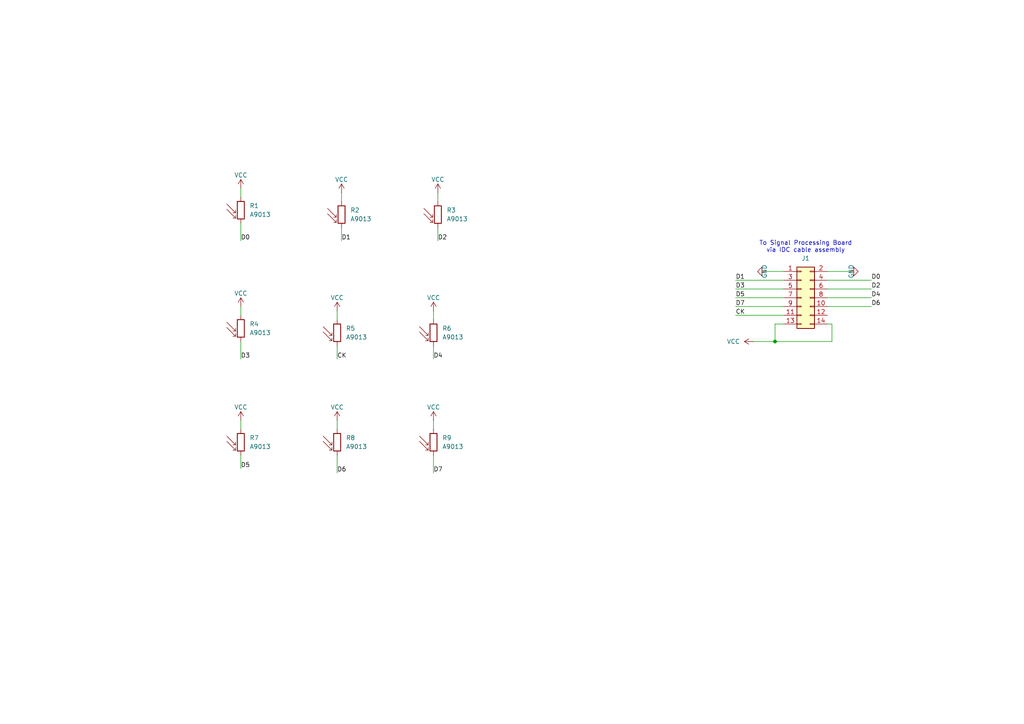
<source format=kicad_sch>
(kicad_sch
	(version 20231120)
	(generator "eeschema")
	(generator_version "8.0")
	(uuid "685b1b97-8163-46c6-977d-f2f1fe49a768")
	(paper "A4")
	(lib_symbols
		(symbol "Connector_Generic:Conn_02x07_Odd_Even"
			(pin_names
				(offset 1.016) hide)
			(exclude_from_sim no)
			(in_bom yes)
			(on_board yes)
			(property "Reference" "J"
				(at 1.27 10.16 0)
				(effects
					(font
						(size 1.27 1.27)
					)
				)
			)
			(property "Value" "Conn_02x07_Odd_Even"
				(at 1.27 -10.16 0)
				(effects
					(font
						(size 1.27 1.27)
					)
				)
			)
			(property "Footprint" ""
				(at 0 0 0)
				(effects
					(font
						(size 1.27 1.27)
					)
					(hide yes)
				)
			)
			(property "Datasheet" "~"
				(at 0 0 0)
				(effects
					(font
						(size 1.27 1.27)
					)
					(hide yes)
				)
			)
			(property "Description" "Generic connector, double row, 02x07, odd/even pin numbering scheme (row 1 odd numbers, row 2 even numbers), script generated (kicad-library-utils/schlib/autogen/connector/)"
				(at 0 0 0)
				(effects
					(font
						(size 1.27 1.27)
					)
					(hide yes)
				)
			)
			(property "ki_keywords" "connector"
				(at 0 0 0)
				(effects
					(font
						(size 1.27 1.27)
					)
					(hide yes)
				)
			)
			(property "ki_fp_filters" "Connector*:*_2x??_*"
				(at 0 0 0)
				(effects
					(font
						(size 1.27 1.27)
					)
					(hide yes)
				)
			)
			(symbol "Conn_02x07_Odd_Even_1_1"
				(rectangle
					(start -1.27 -7.493)
					(end 0 -7.747)
					(stroke
						(width 0.1524)
						(type default)
					)
					(fill
						(type none)
					)
				)
				(rectangle
					(start -1.27 -4.953)
					(end 0 -5.207)
					(stroke
						(width 0.1524)
						(type default)
					)
					(fill
						(type none)
					)
				)
				(rectangle
					(start -1.27 -2.413)
					(end 0 -2.667)
					(stroke
						(width 0.1524)
						(type default)
					)
					(fill
						(type none)
					)
				)
				(rectangle
					(start -1.27 0.127)
					(end 0 -0.127)
					(stroke
						(width 0.1524)
						(type default)
					)
					(fill
						(type none)
					)
				)
				(rectangle
					(start -1.27 2.667)
					(end 0 2.413)
					(stroke
						(width 0.1524)
						(type default)
					)
					(fill
						(type none)
					)
				)
				(rectangle
					(start -1.27 5.207)
					(end 0 4.953)
					(stroke
						(width 0.1524)
						(type default)
					)
					(fill
						(type none)
					)
				)
				(rectangle
					(start -1.27 7.747)
					(end 0 7.493)
					(stroke
						(width 0.1524)
						(type default)
					)
					(fill
						(type none)
					)
				)
				(rectangle
					(start -1.27 8.89)
					(end 3.81 -8.89)
					(stroke
						(width 0.254)
						(type default)
					)
					(fill
						(type background)
					)
				)
				(rectangle
					(start 3.81 -7.493)
					(end 2.54 -7.747)
					(stroke
						(width 0.1524)
						(type default)
					)
					(fill
						(type none)
					)
				)
				(rectangle
					(start 3.81 -4.953)
					(end 2.54 -5.207)
					(stroke
						(width 0.1524)
						(type default)
					)
					(fill
						(type none)
					)
				)
				(rectangle
					(start 3.81 -2.413)
					(end 2.54 -2.667)
					(stroke
						(width 0.1524)
						(type default)
					)
					(fill
						(type none)
					)
				)
				(rectangle
					(start 3.81 0.127)
					(end 2.54 -0.127)
					(stroke
						(width 0.1524)
						(type default)
					)
					(fill
						(type none)
					)
				)
				(rectangle
					(start 3.81 2.667)
					(end 2.54 2.413)
					(stroke
						(width 0.1524)
						(type default)
					)
					(fill
						(type none)
					)
				)
				(rectangle
					(start 3.81 5.207)
					(end 2.54 4.953)
					(stroke
						(width 0.1524)
						(type default)
					)
					(fill
						(type none)
					)
				)
				(rectangle
					(start 3.81 7.747)
					(end 2.54 7.493)
					(stroke
						(width 0.1524)
						(type default)
					)
					(fill
						(type none)
					)
				)
				(pin passive line
					(at -5.08 7.62 0)
					(length 3.81)
					(name "Pin_1"
						(effects
							(font
								(size 1.27 1.27)
							)
						)
					)
					(number "1"
						(effects
							(font
								(size 1.27 1.27)
							)
						)
					)
				)
				(pin passive line
					(at 7.62 -2.54 180)
					(length 3.81)
					(name "Pin_10"
						(effects
							(font
								(size 1.27 1.27)
							)
						)
					)
					(number "10"
						(effects
							(font
								(size 1.27 1.27)
							)
						)
					)
				)
				(pin passive line
					(at -5.08 -5.08 0)
					(length 3.81)
					(name "Pin_11"
						(effects
							(font
								(size 1.27 1.27)
							)
						)
					)
					(number "11"
						(effects
							(font
								(size 1.27 1.27)
							)
						)
					)
				)
				(pin passive line
					(at 7.62 -5.08 180)
					(length 3.81)
					(name "Pin_12"
						(effects
							(font
								(size 1.27 1.27)
							)
						)
					)
					(number "12"
						(effects
							(font
								(size 1.27 1.27)
							)
						)
					)
				)
				(pin passive line
					(at -5.08 -7.62 0)
					(length 3.81)
					(name "Pin_13"
						(effects
							(font
								(size 1.27 1.27)
							)
						)
					)
					(number "13"
						(effects
							(font
								(size 1.27 1.27)
							)
						)
					)
				)
				(pin passive line
					(at 7.62 -7.62 180)
					(length 3.81)
					(name "Pin_14"
						(effects
							(font
								(size 1.27 1.27)
							)
						)
					)
					(number "14"
						(effects
							(font
								(size 1.27 1.27)
							)
						)
					)
				)
				(pin passive line
					(at 7.62 7.62 180)
					(length 3.81)
					(name "Pin_2"
						(effects
							(font
								(size 1.27 1.27)
							)
						)
					)
					(number "2"
						(effects
							(font
								(size 1.27 1.27)
							)
						)
					)
				)
				(pin passive line
					(at -5.08 5.08 0)
					(length 3.81)
					(name "Pin_3"
						(effects
							(font
								(size 1.27 1.27)
							)
						)
					)
					(number "3"
						(effects
							(font
								(size 1.27 1.27)
							)
						)
					)
				)
				(pin passive line
					(at 7.62 5.08 180)
					(length 3.81)
					(name "Pin_4"
						(effects
							(font
								(size 1.27 1.27)
							)
						)
					)
					(number "4"
						(effects
							(font
								(size 1.27 1.27)
							)
						)
					)
				)
				(pin passive line
					(at -5.08 2.54 0)
					(length 3.81)
					(name "Pin_5"
						(effects
							(font
								(size 1.27 1.27)
							)
						)
					)
					(number "5"
						(effects
							(font
								(size 1.27 1.27)
							)
						)
					)
				)
				(pin passive line
					(at 7.62 2.54 180)
					(length 3.81)
					(name "Pin_6"
						(effects
							(font
								(size 1.27 1.27)
							)
						)
					)
					(number "6"
						(effects
							(font
								(size 1.27 1.27)
							)
						)
					)
				)
				(pin passive line
					(at -5.08 0 0)
					(length 3.81)
					(name "Pin_7"
						(effects
							(font
								(size 1.27 1.27)
							)
						)
					)
					(number "7"
						(effects
							(font
								(size 1.27 1.27)
							)
						)
					)
				)
				(pin passive line
					(at 7.62 0 180)
					(length 3.81)
					(name "Pin_8"
						(effects
							(font
								(size 1.27 1.27)
							)
						)
					)
					(number "8"
						(effects
							(font
								(size 1.27 1.27)
							)
						)
					)
				)
				(pin passive line
					(at -5.08 -2.54 0)
					(length 3.81)
					(name "Pin_9"
						(effects
							(font
								(size 1.27 1.27)
							)
						)
					)
					(number "9"
						(effects
							(font
								(size 1.27 1.27)
							)
						)
					)
				)
			)
		)
		(symbol "Sensor_Optical:A9013"
			(pin_numbers hide)
			(pin_names
				(offset 0)
			)
			(exclude_from_sim no)
			(in_bom yes)
			(on_board yes)
			(property "Reference" "R"
				(at -5.08 0 90)
				(effects
					(font
						(size 1.27 1.27)
					)
				)
			)
			(property "Value" "A9013"
				(at 1.905 0 90)
				(effects
					(font
						(size 1.27 1.27)
					)
					(justify top)
				)
			)
			(property "Footprint" "OptoDevice:R_LDR_5.0x4.1mm_P3mm_Vertical"
				(at 4.445 0 90)
				(effects
					(font
						(size 1.27 1.27)
					)
					(hide yes)
				)
			)
			(property "Datasheet" "http://www.produktinfo.conrad.com/datenblaetter/125000-149999/145475-da-01-en-FOTOWIDERSTAND_A_9060_A_9013.pdf"
				(at 0 -1.27 0)
				(effects
					(font
						(size 1.27 1.27)
					)
					(hide yes)
				)
			)
			(property "Description" "light dependent resistor"
				(at 0 0 0)
				(effects
					(font
						(size 1.27 1.27)
					)
					(hide yes)
				)
			)
			(property "ki_keywords" "light dependent photo resistor LDR"
				(at 0 0 0)
				(effects
					(font
						(size 1.27 1.27)
					)
					(hide yes)
				)
			)
			(property "ki_fp_filters" "R*LDR*5.0x4.1mm*P3mm*"
				(at 0 0 0)
				(effects
					(font
						(size 1.27 1.27)
					)
					(hide yes)
				)
			)
			(symbol "A9013_0_1"
				(rectangle
					(start -1.016 2.54)
					(end 1.016 -2.54)
					(stroke
						(width 0.254)
						(type default)
					)
					(fill
						(type none)
					)
				)
				(polyline
					(pts
						(xy -1.524 -2.286) (xy -4.064 0.254)
					)
					(stroke
						(width 0)
						(type default)
					)
					(fill
						(type none)
					)
				)
				(polyline
					(pts
						(xy -1.524 -2.286) (xy -2.286 -2.286)
					)
					(stroke
						(width 0)
						(type default)
					)
					(fill
						(type none)
					)
				)
				(polyline
					(pts
						(xy -1.524 -2.286) (xy -1.524 -1.524)
					)
					(stroke
						(width 0)
						(type default)
					)
					(fill
						(type none)
					)
				)
				(polyline
					(pts
						(xy -1.524 -0.762) (xy -4.064 1.778)
					)
					(stroke
						(width 0)
						(type default)
					)
					(fill
						(type none)
					)
				)
				(polyline
					(pts
						(xy -1.524 -0.762) (xy -2.286 -0.762)
					)
					(stroke
						(width 0)
						(type default)
					)
					(fill
						(type none)
					)
				)
				(polyline
					(pts
						(xy -1.524 -0.762) (xy -1.524 0)
					)
					(stroke
						(width 0)
						(type default)
					)
					(fill
						(type none)
					)
				)
			)
			(symbol "A9013_1_1"
				(pin passive line
					(at 0 3.81 270)
					(length 1.27)
					(name "~"
						(effects
							(font
								(size 1.27 1.27)
							)
						)
					)
					(number "1"
						(effects
							(font
								(size 1.27 1.27)
							)
						)
					)
				)
				(pin passive line
					(at 0 -3.81 90)
					(length 1.27)
					(name "~"
						(effects
							(font
								(size 1.27 1.27)
							)
						)
					)
					(number "2"
						(effects
							(font
								(size 1.27 1.27)
							)
						)
					)
				)
			)
		)
		(symbol "power:GND"
			(power)
			(pin_numbers hide)
			(pin_names
				(offset 0) hide)
			(exclude_from_sim no)
			(in_bom yes)
			(on_board yes)
			(property "Reference" "#PWR"
				(at 0 -6.35 0)
				(effects
					(font
						(size 1.27 1.27)
					)
					(hide yes)
				)
			)
			(property "Value" "GND"
				(at 0 -3.81 0)
				(effects
					(font
						(size 1.27 1.27)
					)
				)
			)
			(property "Footprint" ""
				(at 0 0 0)
				(effects
					(font
						(size 1.27 1.27)
					)
					(hide yes)
				)
			)
			(property "Datasheet" ""
				(at 0 0 0)
				(effects
					(font
						(size 1.27 1.27)
					)
					(hide yes)
				)
			)
			(property "Description" "Power symbol creates a global label with name \"GND\" , ground"
				(at 0 0 0)
				(effects
					(font
						(size 1.27 1.27)
					)
					(hide yes)
				)
			)
			(property "ki_keywords" "global power"
				(at 0 0 0)
				(effects
					(font
						(size 1.27 1.27)
					)
					(hide yes)
				)
			)
			(symbol "GND_0_1"
				(polyline
					(pts
						(xy 0 0) (xy 0 -1.27) (xy 1.27 -1.27) (xy 0 -2.54) (xy -1.27 -1.27) (xy 0 -1.27)
					)
					(stroke
						(width 0)
						(type default)
					)
					(fill
						(type none)
					)
				)
			)
			(symbol "GND_1_1"
				(pin power_in line
					(at 0 0 270)
					(length 0)
					(name "~"
						(effects
							(font
								(size 1.27 1.27)
							)
						)
					)
					(number "1"
						(effects
							(font
								(size 1.27 1.27)
							)
						)
					)
				)
			)
		)
		(symbol "power:VCC"
			(power)
			(pin_numbers hide)
			(pin_names
				(offset 0) hide)
			(exclude_from_sim no)
			(in_bom yes)
			(on_board yes)
			(property "Reference" "#PWR"
				(at 0 -3.81 0)
				(effects
					(font
						(size 1.27 1.27)
					)
					(hide yes)
				)
			)
			(property "Value" "VCC"
				(at 0 3.556 0)
				(effects
					(font
						(size 1.27 1.27)
					)
				)
			)
			(property "Footprint" ""
				(at 0 0 0)
				(effects
					(font
						(size 1.27 1.27)
					)
					(hide yes)
				)
			)
			(property "Datasheet" ""
				(at 0 0 0)
				(effects
					(font
						(size 1.27 1.27)
					)
					(hide yes)
				)
			)
			(property "Description" "Power symbol creates a global label with name \"VCC\""
				(at 0 0 0)
				(effects
					(font
						(size 1.27 1.27)
					)
					(hide yes)
				)
			)
			(property "ki_keywords" "global power"
				(at 0 0 0)
				(effects
					(font
						(size 1.27 1.27)
					)
					(hide yes)
				)
			)
			(symbol "VCC_0_1"
				(polyline
					(pts
						(xy -0.762 1.27) (xy 0 2.54)
					)
					(stroke
						(width 0)
						(type default)
					)
					(fill
						(type none)
					)
				)
				(polyline
					(pts
						(xy 0 0) (xy 0 2.54)
					)
					(stroke
						(width 0)
						(type default)
					)
					(fill
						(type none)
					)
				)
				(polyline
					(pts
						(xy 0 2.54) (xy 0.762 1.27)
					)
					(stroke
						(width 0)
						(type default)
					)
					(fill
						(type none)
					)
				)
			)
			(symbol "VCC_1_1"
				(pin power_in line
					(at 0 0 90)
					(length 0)
					(name "~"
						(effects
							(font
								(size 1.27 1.27)
							)
						)
					)
					(number "1"
						(effects
							(font
								(size 1.27 1.27)
							)
						)
					)
				)
			)
		)
	)
	(junction
		(at 224.79 99.06)
		(diameter 0)
		(color 0 0 0 0)
		(uuid "64be9ff0-289a-4171-90e3-dd7f81c9918a")
	)
	(wire
		(pts
			(xy 127 55.88) (xy 127 58.42)
		)
		(stroke
			(width 0)
			(type default)
		)
		(uuid "02814f40-f094-4594-a117-94100a9a38a2")
	)
	(wire
		(pts
			(xy 241.3 93.98) (xy 241.3 99.06)
		)
		(stroke
			(width 0)
			(type default)
		)
		(uuid "0f70af52-9de7-4987-b6d4-4899200de9ce")
	)
	(wire
		(pts
			(xy 125.73 137.16) (xy 125.73 132.08)
		)
		(stroke
			(width 0)
			(type default)
		)
		(uuid "1165b2d0-adad-4637-bbc0-47ada9e95271")
	)
	(wire
		(pts
			(xy 227.33 93.98) (xy 224.79 93.98)
		)
		(stroke
			(width 0)
			(type default)
		)
		(uuid "18ac719d-b459-4592-8e3d-5c192a7ec977")
	)
	(wire
		(pts
			(xy 213.36 86.36) (xy 227.33 86.36)
		)
		(stroke
			(width 0)
			(type default)
		)
		(uuid "192ca7da-f35f-487f-b689-fec15d3d7776")
	)
	(wire
		(pts
			(xy 69.85 135.89) (xy 69.85 132.08)
		)
		(stroke
			(width 0)
			(type default)
		)
		(uuid "27becb57-4c6d-4709-a584-f59668ee1cee")
	)
	(wire
		(pts
			(xy 241.3 99.06) (xy 224.79 99.06)
		)
		(stroke
			(width 0)
			(type default)
		)
		(uuid "2ba8f2e1-4c4d-4b5a-91ef-8444c2f64a6d")
	)
	(wire
		(pts
			(xy 69.85 88.9) (xy 69.85 91.44)
		)
		(stroke
			(width 0)
			(type default)
		)
		(uuid "398f8b27-795c-422c-a4a5-64f37032bc0c")
	)
	(wire
		(pts
			(xy 97.79 104.14) (xy 97.79 100.33)
		)
		(stroke
			(width 0)
			(type default)
		)
		(uuid "4ec5c3c9-9a00-495e-8821-ee23c5c30d17")
	)
	(wire
		(pts
			(xy 240.03 83.82) (xy 252.73 83.82)
		)
		(stroke
			(width 0)
			(type default)
		)
		(uuid "4f5643b1-a0e6-43c3-9338-0124d87eec7d")
	)
	(wire
		(pts
			(xy 97.79 137.16) (xy 97.79 132.08)
		)
		(stroke
			(width 0)
			(type default)
		)
		(uuid "59fe19fa-4d7b-4027-b5b9-a88d4eed1b81")
	)
	(wire
		(pts
			(xy 69.85 54.61) (xy 69.85 57.15)
		)
		(stroke
			(width 0)
			(type default)
		)
		(uuid "60bc261f-73fa-4f24-85f3-06b8c4814efe")
	)
	(wire
		(pts
			(xy 222.25 78.74) (xy 227.33 78.74)
		)
		(stroke
			(width 0)
			(type default)
		)
		(uuid "64f18ec1-6ca0-4d1f-9ad0-ce614b387001")
	)
	(wire
		(pts
			(xy 224.79 93.98) (xy 224.79 99.06)
		)
		(stroke
			(width 0)
			(type default)
		)
		(uuid "7b7ab023-b695-4378-a099-49517d702f34")
	)
	(wire
		(pts
			(xy 69.85 104.14) (xy 69.85 99.06)
		)
		(stroke
			(width 0)
			(type default)
		)
		(uuid "83ec4dbe-e69f-464b-b75f-1c262532667a")
	)
	(wire
		(pts
			(xy 69.85 69.85) (xy 69.85 64.77)
		)
		(stroke
			(width 0)
			(type default)
		)
		(uuid "8ad85856-9e9c-4be8-b907-81f7de6ba737")
	)
	(wire
		(pts
			(xy 69.85 121.92) (xy 69.85 124.46)
		)
		(stroke
			(width 0)
			(type default)
		)
		(uuid "8cae5dfb-3b2b-4edf-995f-bed49accd31b")
	)
	(wire
		(pts
			(xy 218.44 99.06) (xy 224.79 99.06)
		)
		(stroke
			(width 0)
			(type default)
		)
		(uuid "9df79cec-56f0-4285-94cf-69a695a12c85")
	)
	(wire
		(pts
			(xy 97.79 121.92) (xy 97.79 124.46)
		)
		(stroke
			(width 0)
			(type default)
		)
		(uuid "a3921760-2993-44af-83fd-7e56e347f6f3")
	)
	(wire
		(pts
			(xy 240.03 81.28) (xy 252.73 81.28)
		)
		(stroke
			(width 0)
			(type default)
		)
		(uuid "a6838801-64c2-4450-80f9-888f6d763318")
	)
	(wire
		(pts
			(xy 125.73 90.17) (xy 125.73 92.71)
		)
		(stroke
			(width 0)
			(type default)
		)
		(uuid "ac75362a-2398-49b4-b84a-3288af05f198")
	)
	(wire
		(pts
			(xy 127 69.85) (xy 127 66.04)
		)
		(stroke
			(width 0)
			(type default)
		)
		(uuid "ad8ee7f5-c30f-4796-8866-f2eadc8450e3")
	)
	(wire
		(pts
			(xy 99.06 69.85) (xy 99.06 66.04)
		)
		(stroke
			(width 0)
			(type default)
		)
		(uuid "b10abe0d-b6e0-4f61-aaa6-e4d808ae5e4e")
	)
	(wire
		(pts
			(xy 213.36 91.44) (xy 227.33 91.44)
		)
		(stroke
			(width 0)
			(type default)
		)
		(uuid "d8dc50ea-c6d2-4420-a933-182da5089ce7")
	)
	(wire
		(pts
			(xy 240.03 78.74) (xy 246.38 78.74)
		)
		(stroke
			(width 0)
			(type default)
		)
		(uuid "da08f770-6179-4ee5-aa5d-743846bc7a1d")
	)
	(wire
		(pts
			(xy 213.36 88.9) (xy 227.33 88.9)
		)
		(stroke
			(width 0)
			(type default)
		)
		(uuid "e31bde5a-8537-491d-bb83-2803685cd114")
	)
	(wire
		(pts
			(xy 240.03 93.98) (xy 241.3 93.98)
		)
		(stroke
			(width 0)
			(type default)
		)
		(uuid "e83fd769-d058-4843-8940-e3044a708163")
	)
	(wire
		(pts
			(xy 240.03 86.36) (xy 252.73 86.36)
		)
		(stroke
			(width 0)
			(type default)
		)
		(uuid "eaf28b9d-3a92-4cc6-bced-e6433cbab790")
	)
	(wire
		(pts
			(xy 97.79 90.17) (xy 97.79 92.71)
		)
		(stroke
			(width 0)
			(type default)
		)
		(uuid "ec49e6d1-c2a8-45ef-91b6-db4e28d1d9df")
	)
	(wire
		(pts
			(xy 213.36 83.82) (xy 227.33 83.82)
		)
		(stroke
			(width 0)
			(type default)
		)
		(uuid "ef8c22e1-9bc6-4221-90ef-74b4e122f4fc")
	)
	(wire
		(pts
			(xy 125.73 121.92) (xy 125.73 124.46)
		)
		(stroke
			(width 0)
			(type default)
		)
		(uuid "f1e55981-08aa-4505-8633-d760a425427e")
	)
	(wire
		(pts
			(xy 99.06 55.88) (xy 99.06 58.42)
		)
		(stroke
			(width 0)
			(type default)
		)
		(uuid "fb15f9fc-413f-407a-94d0-3da79deffba4")
	)
	(wire
		(pts
			(xy 240.03 88.9) (xy 252.73 88.9)
		)
		(stroke
			(width 0)
			(type default)
		)
		(uuid "fc09b8fe-c6e9-4464-812b-2575f276b9d1")
	)
	(wire
		(pts
			(xy 125.73 104.14) (xy 125.73 100.33)
		)
		(stroke
			(width 0)
			(type default)
		)
		(uuid "fcc135e7-64f6-41a5-b5dc-d511c3c045ab")
	)
	(wire
		(pts
			(xy 213.36 81.28) (xy 227.33 81.28)
		)
		(stroke
			(width 0)
			(type default)
		)
		(uuid "fdf7d125-be98-4609-b944-78a9d2b49f3b")
	)
	(text "To Signal Processing Board\nvia IDC cable assembly"
		(exclude_from_sim no)
		(at 233.68 71.628 0)
		(effects
			(font
				(size 1.27 1.27)
			)
		)
		(uuid "b75b2bfb-848c-41e6-ad02-4ff47c454a93")
	)
	(label "D6"
		(at 97.79 137.16 0)
		(fields_autoplaced yes)
		(effects
			(font
				(size 1.27 1.27)
			)
			(justify left bottom)
		)
		(uuid "010808d8-815a-4a25-b8f2-db6b86b1a6f5")
	)
	(label "D0"
		(at 252.73 81.28 0)
		(fields_autoplaced yes)
		(effects
			(font
				(size 1.27 1.27)
			)
			(justify left bottom)
		)
		(uuid "2395f766-9eb3-4fd8-8b39-b7c1eeda40ea")
	)
	(label "D1"
		(at 99.06 69.85 0)
		(fields_autoplaced yes)
		(effects
			(font
				(size 1.27 1.27)
			)
			(justify left bottom)
		)
		(uuid "463e1196-1b16-47f2-8280-7ee9c1f3c263")
	)
	(label "D0"
		(at 69.85 69.85 0)
		(fields_autoplaced yes)
		(effects
			(font
				(size 1.27 1.27)
			)
			(justify left bottom)
		)
		(uuid "5797897a-702a-44ef-bad9-d785e149a902")
	)
	(label "D5"
		(at 213.36 86.36 0)
		(fields_autoplaced yes)
		(effects
			(font
				(size 1.27 1.27)
			)
			(justify left bottom)
		)
		(uuid "5c27c632-4608-4603-b809-5651e28a8258")
	)
	(label "D3"
		(at 213.36 83.82 0)
		(fields_autoplaced yes)
		(effects
			(font
				(size 1.27 1.27)
			)
			(justify left bottom)
		)
		(uuid "66296e5f-d4d7-49f5-bc72-9dd52552ccc3")
	)
	(label "D6"
		(at 252.73 88.9 0)
		(fields_autoplaced yes)
		(effects
			(font
				(size 1.27 1.27)
			)
			(justify left bottom)
		)
		(uuid "676b3d79-bdd7-4e96-b2e1-310f3feccb85")
	)
	(label "D7"
		(at 125.73 137.16 0)
		(fields_autoplaced yes)
		(effects
			(font
				(size 1.27 1.27)
			)
			(justify left bottom)
		)
		(uuid "714db1d2-177d-4b6a-86f8-376f0b9815ba")
	)
	(label "D2"
		(at 127 69.85 0)
		(fields_autoplaced yes)
		(effects
			(font
				(size 1.27 1.27)
			)
			(justify left bottom)
		)
		(uuid "8bbdacdb-715a-4f27-b272-c40de79c5316")
	)
	(label "CK"
		(at 213.36 91.44 0)
		(fields_autoplaced yes)
		(effects
			(font
				(size 1.27 1.27)
			)
			(justify left bottom)
		)
		(uuid "9528db2c-728f-49a0-9330-d10f86fe37a6")
	)
	(label "CK"
		(at 97.79 104.14 0)
		(fields_autoplaced yes)
		(effects
			(font
				(size 1.27 1.27)
			)
			(justify left bottom)
		)
		(uuid "99e1ef65-6c9c-4252-8ccc-a71d3e6bf912")
	)
	(label "D1"
		(at 213.36 81.28 0)
		(fields_autoplaced yes)
		(effects
			(font
				(size 1.27 1.27)
			)
			(justify left bottom)
		)
		(uuid "a7535fcf-6196-4774-b4cf-51ad37368666")
	)
	(label "D7"
		(at 213.36 88.9 0)
		(fields_autoplaced yes)
		(effects
			(font
				(size 1.27 1.27)
			)
			(justify left bottom)
		)
		(uuid "aaf753e8-30ac-4731-b837-d1d7eb1abfb4")
	)
	(label "D4"
		(at 252.73 86.36 0)
		(fields_autoplaced yes)
		(effects
			(font
				(size 1.27 1.27)
			)
			(justify left bottom)
		)
		(uuid "b4cfd4c3-ae5c-4f6a-b649-97f8ce346fec")
	)
	(label "D2"
		(at 252.73 83.82 0)
		(fields_autoplaced yes)
		(effects
			(font
				(size 1.27 1.27)
			)
			(justify left bottom)
		)
		(uuid "db01959c-a106-48c2-8334-d80dbbdd1823")
	)
	(label "D3"
		(at 69.85 104.14 0)
		(fields_autoplaced yes)
		(effects
			(font
				(size 1.27 1.27)
			)
			(justify left bottom)
		)
		(uuid "def38624-114a-48de-9903-88d0a12cc475")
	)
	(label "D4"
		(at 125.73 104.14 0)
		(fields_autoplaced yes)
		(effects
			(font
				(size 1.27 1.27)
			)
			(justify left bottom)
		)
		(uuid "fb16325c-fe03-483b-bf53-b28e2ee9f95d")
	)
	(label "D5"
		(at 69.85 135.89 0)
		(fields_autoplaced yes)
		(effects
			(font
				(size 1.27 1.27)
			)
			(justify left bottom)
		)
		(uuid "fb5d0d88-86a1-4c4d-b3d8-fb482e5e9c19")
	)
	(symbol
		(lib_id "Sensor_Optical:A9013")
		(at 69.85 95.25 0)
		(unit 1)
		(exclude_from_sim no)
		(in_bom yes)
		(on_board yes)
		(dnp no)
		(fields_autoplaced yes)
		(uuid "064737b5-2569-44e5-a0e0-f643286dd5ed")
		(property "Reference" "R4"
			(at 72.39 93.9799 0)
			(effects
				(font
					(size 1.27 1.27)
				)
				(justify left)
			)
		)
		(property "Value" "A9013"
			(at 72.39 96.5199 0)
			(effects
				(font
					(size 1.27 1.27)
				)
				(justify left)
			)
		)
		(property "Footprint" "OptoDevice:R_LDR_5.0x4.1mm_P3mm_Vertical"
			(at 74.295 95.25 90)
			(effects
				(font
					(size 1.27 1.27)
				)
				(hide yes)
			)
		)
		(property "Datasheet" "http://www.produktinfo.conrad.com/datenblaetter/125000-149999/145475-da-01-en-FOTOWIDERSTAND_A_9060_A_9013.pdf"
			(at 69.85 96.52 0)
			(effects
				(font
					(size 1.27 1.27)
				)
				(hide yes)
			)
		)
		(property "Description" "light dependent resistor"
			(at 69.85 95.25 0)
			(effects
				(font
					(size 1.27 1.27)
				)
				(hide yes)
			)
		)
		(property "JLC PN" "846-PDV-P8104"
			(at 69.85 95.25 0)
			(effects
				(font
					(size 1.27 1.27)
				)
				(hide yes)
			)
		)
		(pin "1"
			(uuid "63e19183-c5a5-4338-b7f2-a087dff1b641")
		)
		(pin "2"
			(uuid "13d72741-e271-4c13-a38f-6fecc66d89f8")
		)
		(instances
			(project "JL_LDR-Sensor-Array"
				(path "/685b1b97-8163-46c6-977d-f2f1fe49a768"
					(reference "R4")
					(unit 1)
				)
			)
		)
	)
	(symbol
		(lib_id "Sensor_Optical:A9013")
		(at 97.79 128.27 0)
		(unit 1)
		(exclude_from_sim no)
		(in_bom yes)
		(on_board yes)
		(dnp no)
		(fields_autoplaced yes)
		(uuid "11a01de4-341e-42c8-ad4e-6382a64cbba2")
		(property "Reference" "R8"
			(at 100.33 126.9999 0)
			(effects
				(font
					(size 1.27 1.27)
				)
				(justify left)
			)
		)
		(property "Value" "A9013"
			(at 100.33 129.5399 0)
			(effects
				(font
					(size 1.27 1.27)
				)
				(justify left)
			)
		)
		(property "Footprint" "OptoDevice:R_LDR_5.0x4.1mm_P3mm_Vertical"
			(at 102.235 128.27 90)
			(effects
				(font
					(size 1.27 1.27)
				)
				(hide yes)
			)
		)
		(property "Datasheet" "http://www.produktinfo.conrad.com/datenblaetter/125000-149999/145475-da-01-en-FOTOWIDERSTAND_A_9060_A_9013.pdf"
			(at 97.79 129.54 0)
			(effects
				(font
					(size 1.27 1.27)
				)
				(hide yes)
			)
		)
		(property "Description" "light dependent resistor"
			(at 97.79 128.27 0)
			(effects
				(font
					(size 1.27 1.27)
				)
				(hide yes)
			)
		)
		(property "JLC PN" "846-PDV-P8104"
			(at 97.79 128.27 0)
			(effects
				(font
					(size 1.27 1.27)
				)
				(hide yes)
			)
		)
		(pin "1"
			(uuid "7c12b3e3-585e-4937-ad4e-d6ade85985d2")
		)
		(pin "2"
			(uuid "a934e84c-df0b-4a8c-a58a-067791d3c5ec")
		)
		(instances
			(project "JL_LDR-Sensor-Array"
				(path "/685b1b97-8163-46c6-977d-f2f1fe49a768"
					(reference "R8")
					(unit 1)
				)
			)
		)
	)
	(symbol
		(lib_id "Connector_Generic:Conn_02x07_Odd_Even")
		(at 232.41 86.36 0)
		(unit 1)
		(exclude_from_sim no)
		(in_bom yes)
		(on_board yes)
		(dnp no)
		(fields_autoplaced yes)
		(uuid "1e143b83-44cb-4c24-8152-18e9eda537fe")
		(property "Reference" "J1"
			(at 233.68 74.93 0)
			(effects
				(font
					(size 1.27 1.27)
				)
			)
		)
		(property "Value" "14W IDC Header"
			(at 233.68 74.93 0)
			(effects
				(font
					(size 1.27 1.27)
				)
				(hide yes)
			)
		)
		(property "Footprint" "Connector_IDC:IDC-Header_2x07_P2.54mm_Vertical"
			(at 232.41 86.36 0)
			(effects
				(font
					(size 1.27 1.27)
				)
				(hide yes)
			)
		)
		(property "Datasheet" "~"
			(at 232.41 86.36 0)
			(effects
				(font
					(size 1.27 1.27)
				)
				(hide yes)
			)
		)
		(property "Description" "Generic connector, double row, 02x07, odd/even pin numbering scheme (row 1 odd numbers, row 2 even numbers), script generated (kicad-library-utils/schlib/autogen/connector/)"
			(at 232.41 86.36 0)
			(effects
				(font
					(size 1.27 1.27)
				)
				(hide yes)
			)
		)
		(property "JLC PN" "571-1761681-5"
			(at 232.41 86.36 0)
			(effects
				(font
					(size 1.27 1.27)
				)
				(hide yes)
			)
		)
		(pin "11"
			(uuid "f45b6455-83a8-4e11-9430-b6e46cdbc444")
		)
		(pin "2"
			(uuid "99a11ad2-6848-414a-828c-2827d7133674")
		)
		(pin "5"
			(uuid "859303d4-53be-420d-8afe-81e6e40b7c30")
		)
		(pin "8"
			(uuid "736c2e52-1c4c-44ce-b4d7-ead2ea6ea9d9")
		)
		(pin "14"
			(uuid "bc267e7f-daaa-4268-aa41-28c18336ba09")
		)
		(pin "1"
			(uuid "9a9c7df7-5d6a-4da5-bc98-22c3f48fab06")
		)
		(pin "6"
			(uuid "8a666fe2-4cbb-47d8-a3d2-bbf844f0c6fa")
		)
		(pin "7"
			(uuid "b37514cd-99c7-48f8-a7d3-374db1fc1c21")
		)
		(pin "9"
			(uuid "68f7dc74-d613-437c-b36f-2af777770026")
		)
		(pin "10"
			(uuid "34501cd4-e112-48a5-aa47-07ea864078a8")
		)
		(pin "13"
			(uuid "297d7519-5576-48d9-8ec9-7783ca17ac82")
		)
		(pin "4"
			(uuid "89bc0b49-0736-41c6-aabb-4f243eab3b85")
		)
		(pin "12"
			(uuid "9fdbdfd9-d1de-49b4-997a-6965690152f2")
		)
		(pin "3"
			(uuid "5aa2246d-635e-4b14-90f9-830037bc1ae6")
		)
		(instances
			(project "JL_LDR-Sensor-Array"
				(path "/685b1b97-8163-46c6-977d-f2f1fe49a768"
					(reference "J1")
					(unit 1)
				)
			)
		)
	)
	(symbol
		(lib_id "power:VCC")
		(at 127 55.88 0)
		(unit 1)
		(exclude_from_sim no)
		(in_bom yes)
		(on_board yes)
		(dnp no)
		(uuid "26d7628e-6199-493c-bf17-8b41dcf27d46")
		(property "Reference" "#PWR09"
			(at 127 59.69 0)
			(effects
				(font
					(size 1.27 1.27)
				)
				(hide yes)
			)
		)
		(property "Value" "VCC"
			(at 127 52.07 0)
			(effects
				(font
					(size 1.27 1.27)
				)
			)
		)
		(property "Footprint" ""
			(at 127 55.88 0)
			(effects
				(font
					(size 1.27 1.27)
				)
				(hide yes)
			)
		)
		(property "Datasheet" ""
			(at 127 55.88 0)
			(effects
				(font
					(size 1.27 1.27)
				)
				(hide yes)
			)
		)
		(property "Description" "Power symbol creates a global label with name \"VCC\""
			(at 127 55.88 0)
			(effects
				(font
					(size 1.27 1.27)
				)
				(hide yes)
			)
		)
		(pin "1"
			(uuid "af0dda6c-8300-4fc9-a626-34d9b3fb502e")
		)
		(instances
			(project "JL_LDR-Sensor-Array"
				(path "/685b1b97-8163-46c6-977d-f2f1fe49a768"
					(reference "#PWR09")
					(unit 1)
				)
			)
		)
	)
	(symbol
		(lib_id "Sensor_Optical:A9013")
		(at 125.73 128.27 0)
		(unit 1)
		(exclude_from_sim no)
		(in_bom yes)
		(on_board yes)
		(dnp no)
		(fields_autoplaced yes)
		(uuid "2e9dd751-f421-43f2-99a8-7f74a30f6440")
		(property "Reference" "R9"
			(at 128.27 126.9999 0)
			(effects
				(font
					(size 1.27 1.27)
				)
				(justify left)
			)
		)
		(property "Value" "A9013"
			(at 128.27 129.5399 0)
			(effects
				(font
					(size 1.27 1.27)
				)
				(justify left)
			)
		)
		(property "Footprint" "OptoDevice:R_LDR_5.0x4.1mm_P3mm_Vertical"
			(at 130.175 128.27 90)
			(effects
				(font
					(size 1.27 1.27)
				)
				(hide yes)
			)
		)
		(property "Datasheet" "http://www.produktinfo.conrad.com/datenblaetter/125000-149999/145475-da-01-en-FOTOWIDERSTAND_A_9060_A_9013.pdf"
			(at 125.73 129.54 0)
			(effects
				(font
					(size 1.27 1.27)
				)
				(hide yes)
			)
		)
		(property "Description" "light dependent resistor"
			(at 125.73 128.27 0)
			(effects
				(font
					(size 1.27 1.27)
				)
				(hide yes)
			)
		)
		(property "JLC PN" "846-PDV-P8104"
			(at 125.73 128.27 0)
			(effects
				(font
					(size 1.27 1.27)
				)
				(hide yes)
			)
		)
		(pin "1"
			(uuid "ec4e0c5c-99cc-4d79-b5ac-c6f3dd92a53c")
		)
		(pin "2"
			(uuid "f02dae92-32b8-4424-a7ae-f4f960b9230b")
		)
		(instances
			(project "JL_LDR-Sensor-Array"
				(path "/685b1b97-8163-46c6-977d-f2f1fe49a768"
					(reference "R9")
					(unit 1)
				)
			)
		)
	)
	(symbol
		(lib_id "power:VCC")
		(at 218.44 99.06 90)
		(unit 1)
		(exclude_from_sim no)
		(in_bom yes)
		(on_board yes)
		(dnp no)
		(fields_autoplaced yes)
		(uuid "3263ca09-ebfc-4a10-bb13-edaf13c8c954")
		(property "Reference" "#PWR010"
			(at 222.25 99.06 0)
			(effects
				(font
					(size 1.27 1.27)
				)
				(hide yes)
			)
		)
		(property "Value" "VCC"
			(at 214.63 99.0599 90)
			(effects
				(font
					(size 1.27 1.27)
				)
				(justify left)
			)
		)
		(property "Footprint" ""
			(at 218.44 99.06 0)
			(effects
				(font
					(size 1.27 1.27)
				)
				(hide yes)
			)
		)
		(property "Datasheet" ""
			(at 218.44 99.06 0)
			(effects
				(font
					(size 1.27 1.27)
				)
				(hide yes)
			)
		)
		(property "Description" "Power symbol creates a global label with name \"VCC\""
			(at 218.44 99.06 0)
			(effects
				(font
					(size 1.27 1.27)
				)
				(hide yes)
			)
		)
		(pin "1"
			(uuid "7809d9c7-e843-4f88-b79e-0a867e0be32b")
		)
		(instances
			(project "JL_LDR-Sensor-Array"
				(path "/685b1b97-8163-46c6-977d-f2f1fe49a768"
					(reference "#PWR010")
					(unit 1)
				)
			)
		)
	)
	(symbol
		(lib_id "Sensor_Optical:A9013")
		(at 69.85 60.96 0)
		(unit 1)
		(exclude_from_sim no)
		(in_bom yes)
		(on_board yes)
		(dnp no)
		(fields_autoplaced yes)
		(uuid "37c94e09-a555-4a14-a6a5-990500a435dc")
		(property "Reference" "R1"
			(at 72.39 59.6899 0)
			(effects
				(font
					(size 1.27 1.27)
				)
				(justify left)
			)
		)
		(property "Value" "A9013"
			(at 72.39 62.2299 0)
			(effects
				(font
					(size 1.27 1.27)
				)
				(justify left)
			)
		)
		(property "Footprint" "OptoDevice:R_LDR_5.0x4.1mm_P3mm_Vertical"
			(at 74.295 60.96 90)
			(effects
				(font
					(size 1.27 1.27)
				)
				(hide yes)
			)
		)
		(property "Datasheet" "http://www.produktinfo.conrad.com/datenblaetter/125000-149999/145475-da-01-en-FOTOWIDERSTAND_A_9060_A_9013.pdf"
			(at 69.85 62.23 0)
			(effects
				(font
					(size 1.27 1.27)
				)
				(hide yes)
			)
		)
		(property "Description" "light dependent resistor"
			(at 69.85 60.96 0)
			(effects
				(font
					(size 1.27 1.27)
				)
				(hide yes)
			)
		)
		(property "JLC PN" "846-PDV-P8104"
			(at 69.85 60.96 0)
			(effects
				(font
					(size 1.27 1.27)
				)
				(hide yes)
			)
		)
		(pin "1"
			(uuid "f8170384-55a7-423f-a7a5-27844c6d2dba")
		)
		(pin "2"
			(uuid "cca1c927-274c-4cf8-accd-220a2536efef")
		)
		(instances
			(project "JL_LDR-Sensor-Array"
				(path "/685b1b97-8163-46c6-977d-f2f1fe49a768"
					(reference "R1")
					(unit 1)
				)
			)
		)
	)
	(symbol
		(lib_id "Sensor_Optical:A9013")
		(at 125.73 96.52 0)
		(unit 1)
		(exclude_from_sim no)
		(in_bom yes)
		(on_board yes)
		(dnp no)
		(fields_autoplaced yes)
		(uuid "43f9b919-9a60-4e76-86f1-e08793b1511d")
		(property "Reference" "R6"
			(at 128.27 95.2499 0)
			(effects
				(font
					(size 1.27 1.27)
				)
				(justify left)
			)
		)
		(property "Value" "A9013"
			(at 128.27 97.7899 0)
			(effects
				(font
					(size 1.27 1.27)
				)
				(justify left)
			)
		)
		(property "Footprint" "OptoDevice:R_LDR_5.0x4.1mm_P3mm_Vertical"
			(at 130.175 96.52 90)
			(effects
				(font
					(size 1.27 1.27)
				)
				(hide yes)
			)
		)
		(property "Datasheet" "http://www.produktinfo.conrad.com/datenblaetter/125000-149999/145475-da-01-en-FOTOWIDERSTAND_A_9060_A_9013.pdf"
			(at 125.73 97.79 0)
			(effects
				(font
					(size 1.27 1.27)
				)
				(hide yes)
			)
		)
		(property "Description" "light dependent resistor"
			(at 125.73 96.52 0)
			(effects
				(font
					(size 1.27 1.27)
				)
				(hide yes)
			)
		)
		(property "JLC PN" "846-PDV-P8104"
			(at 125.73 96.52 0)
			(effects
				(font
					(size 1.27 1.27)
				)
				(hide yes)
			)
		)
		(pin "1"
			(uuid "6bc371b2-f25d-4ff5-8cf1-e70ea8e3de7f")
		)
		(pin "2"
			(uuid "32f7eed0-9d6c-4806-b425-c624c877b777")
		)
		(instances
			(project "JL_LDR-Sensor-Array"
				(path "/685b1b97-8163-46c6-977d-f2f1fe49a768"
					(reference "R6")
					(unit 1)
				)
			)
		)
	)
	(symbol
		(lib_id "power:VCC")
		(at 99.06 55.88 0)
		(unit 1)
		(exclude_from_sim no)
		(in_bom yes)
		(on_board yes)
		(dnp no)
		(uuid "57221247-6f6f-45cc-a0dd-1b12876e0b23")
		(property "Reference" "#PWR06"
			(at 99.06 59.69 0)
			(effects
				(font
					(size 1.27 1.27)
				)
				(hide yes)
			)
		)
		(property "Value" "VCC"
			(at 99.06 52.07 0)
			(effects
				(font
					(size 1.27 1.27)
				)
			)
		)
		(property "Footprint" ""
			(at 99.06 55.88 0)
			(effects
				(font
					(size 1.27 1.27)
				)
				(hide yes)
			)
		)
		(property "Datasheet" ""
			(at 99.06 55.88 0)
			(effects
				(font
					(size 1.27 1.27)
				)
				(hide yes)
			)
		)
		(property "Description" "Power symbol creates a global label with name \"VCC\""
			(at 99.06 55.88 0)
			(effects
				(font
					(size 1.27 1.27)
				)
				(hide yes)
			)
		)
		(pin "1"
			(uuid "ca634f8e-145f-47df-9255-7d1ecd03f63a")
		)
		(instances
			(project "JL_LDR-Sensor-Array"
				(path "/685b1b97-8163-46c6-977d-f2f1fe49a768"
					(reference "#PWR06")
					(unit 1)
				)
			)
		)
	)
	(symbol
		(lib_id "Sensor_Optical:A9013")
		(at 99.06 62.23 0)
		(unit 1)
		(exclude_from_sim no)
		(in_bom yes)
		(on_board yes)
		(dnp no)
		(fields_autoplaced yes)
		(uuid "68c017a0-59de-48de-a103-31aa5ad27599")
		(property "Reference" "R2"
			(at 101.6 60.9599 0)
			(effects
				(font
					(size 1.27 1.27)
				)
				(justify left)
			)
		)
		(property "Value" "A9013"
			(at 101.6 63.4999 0)
			(effects
				(font
					(size 1.27 1.27)
				)
				(justify left)
			)
		)
		(property "Footprint" "OptoDevice:R_LDR_5.0x4.1mm_P3mm_Vertical"
			(at 103.505 62.23 90)
			(effects
				(font
					(size 1.27 1.27)
				)
				(hide yes)
			)
		)
		(property "Datasheet" "http://www.produktinfo.conrad.com/datenblaetter/125000-149999/145475-da-01-en-FOTOWIDERSTAND_A_9060_A_9013.pdf"
			(at 99.06 63.5 0)
			(effects
				(font
					(size 1.27 1.27)
				)
				(hide yes)
			)
		)
		(property "Description" "light dependent resistor"
			(at 99.06 62.23 0)
			(effects
				(font
					(size 1.27 1.27)
				)
				(hide yes)
			)
		)
		(property "JLC PN" "846-PDV-P8104"
			(at 99.06 62.23 0)
			(effects
				(font
					(size 1.27 1.27)
				)
				(hide yes)
			)
		)
		(pin "1"
			(uuid "2d63dd32-40b1-4609-975b-02bb6d679f0e")
		)
		(pin "2"
			(uuid "f5b0f4d1-2f98-4c27-a960-d83ed4ce8aad")
		)
		(instances
			(project "JL_LDR-Sensor-Array"
				(path "/685b1b97-8163-46c6-977d-f2f1fe49a768"
					(reference "R2")
					(unit 1)
				)
			)
		)
	)
	(symbol
		(lib_id "Sensor_Optical:A9013")
		(at 127 62.23 0)
		(unit 1)
		(exclude_from_sim no)
		(in_bom yes)
		(on_board yes)
		(dnp no)
		(fields_autoplaced yes)
		(uuid "6b3bfcc5-59c3-4d88-86e9-83897b54a590")
		(property "Reference" "R3"
			(at 129.54 60.9599 0)
			(effects
				(font
					(size 1.27 1.27)
				)
				(justify left)
			)
		)
		(property "Value" "A9013"
			(at 129.54 63.4999 0)
			(effects
				(font
					(size 1.27 1.27)
				)
				(justify left)
			)
		)
		(property "Footprint" "OptoDevice:R_LDR_5.0x4.1mm_P3mm_Vertical"
			(at 131.445 62.23 90)
			(effects
				(font
					(size 1.27 1.27)
				)
				(hide yes)
			)
		)
		(property "Datasheet" "http://www.produktinfo.conrad.com/datenblaetter/125000-149999/145475-da-01-en-FOTOWIDERSTAND_A_9060_A_9013.pdf"
			(at 127 63.5 0)
			(effects
				(font
					(size 1.27 1.27)
				)
				(hide yes)
			)
		)
		(property "Description" "light dependent resistor"
			(at 127 62.23 0)
			(effects
				(font
					(size 1.27 1.27)
				)
				(hide yes)
			)
		)
		(property "JLC PN" "846-PDV-P8104"
			(at 127 62.23 0)
			(effects
				(font
					(size 1.27 1.27)
				)
				(hide yes)
			)
		)
		(pin "1"
			(uuid "fc690079-2681-4eb8-9a65-69e85df384c3")
		)
		(pin "2"
			(uuid "41f84bdd-310c-4626-95b7-4474da35aa48")
		)
		(instances
			(project "JL_LDR-Sensor-Array"
				(path "/685b1b97-8163-46c6-977d-f2f1fe49a768"
					(reference "R3")
					(unit 1)
				)
			)
		)
	)
	(symbol
		(lib_id "Sensor_Optical:A9013")
		(at 97.79 96.52 0)
		(unit 1)
		(exclude_from_sim no)
		(in_bom yes)
		(on_board yes)
		(dnp no)
		(fields_autoplaced yes)
		(uuid "9d4682dc-5bef-4865-8417-b677c1ea6fbc")
		(property "Reference" "R5"
			(at 100.33 95.2499 0)
			(effects
				(font
					(size 1.27 1.27)
				)
				(justify left)
			)
		)
		(property "Value" "A9013"
			(at 100.33 97.7899 0)
			(effects
				(font
					(size 1.27 1.27)
				)
				(justify left)
			)
		)
		(property "Footprint" "OptoDevice:R_LDR_5.0x4.1mm_P3mm_Vertical"
			(at 102.235 96.52 90)
			(effects
				(font
					(size 1.27 1.27)
				)
				(hide yes)
			)
		)
		(property "Datasheet" "http://www.produktinfo.conrad.com/datenblaetter/125000-149999/145475-da-01-en-FOTOWIDERSTAND_A_9060_A_9013.pdf"
			(at 97.79 97.79 0)
			(effects
				(font
					(size 1.27 1.27)
				)
				(hide yes)
			)
		)
		(property "Description" "light dependent resistor"
			(at 97.79 96.52 0)
			(effects
				(font
					(size 1.27 1.27)
				)
				(hide yes)
			)
		)
		(property "JLC PN" "846-PDV-P8104"
			(at 97.79 96.52 0)
			(effects
				(font
					(size 1.27 1.27)
				)
				(hide yes)
			)
		)
		(pin "1"
			(uuid "9f3aee9f-f00f-4144-ab1a-47242bc18347")
		)
		(pin "2"
			(uuid "31bec712-9538-4a2b-8fef-ba907552be7b")
		)
		(instances
			(project "JL_LDR-Sensor-Array"
				(path "/685b1b97-8163-46c6-977d-f2f1fe49a768"
					(reference "R5")
					(unit 1)
				)
			)
		)
	)
	(symbol
		(lib_id "power:VCC")
		(at 97.79 90.17 0)
		(unit 1)
		(exclude_from_sim no)
		(in_bom yes)
		(on_board yes)
		(dnp no)
		(uuid "a16b47c2-9844-4a19-abd4-e527744e850f")
		(property "Reference" "#PWR04"
			(at 97.79 93.98 0)
			(effects
				(font
					(size 1.27 1.27)
				)
				(hide yes)
			)
		)
		(property "Value" "VCC"
			(at 97.79 86.36 0)
			(effects
				(font
					(size 1.27 1.27)
				)
			)
		)
		(property "Footprint" ""
			(at 97.79 90.17 0)
			(effects
				(font
					(size 1.27 1.27)
				)
				(hide yes)
			)
		)
		(property "Datasheet" ""
			(at 97.79 90.17 0)
			(effects
				(font
					(size 1.27 1.27)
				)
				(hide yes)
			)
		)
		(property "Description" "Power symbol creates a global label with name \"VCC\""
			(at 97.79 90.17 0)
			(effects
				(font
					(size 1.27 1.27)
				)
				(hide yes)
			)
		)
		(pin "1"
			(uuid "5f98e768-93ab-4f9d-bc43-a7b2102ad6a4")
		)
		(instances
			(project "JL_LDR-Sensor-Array"
				(path "/685b1b97-8163-46c6-977d-f2f1fe49a768"
					(reference "#PWR04")
					(unit 1)
				)
			)
		)
	)
	(symbol
		(lib_id "power:VCC")
		(at 69.85 54.61 0)
		(unit 1)
		(exclude_from_sim no)
		(in_bom yes)
		(on_board yes)
		(dnp no)
		(uuid "ad625d19-68a0-4bd4-887b-317a542bf584")
		(property "Reference" "#PWR01"
			(at 69.85 58.42 0)
			(effects
				(font
					(size 1.27 1.27)
				)
				(hide yes)
			)
		)
		(property "Value" "VCC"
			(at 69.85 50.8 0)
			(effects
				(font
					(size 1.27 1.27)
				)
			)
		)
		(property "Footprint" ""
			(at 69.85 54.61 0)
			(effects
				(font
					(size 1.27 1.27)
				)
				(hide yes)
			)
		)
		(property "Datasheet" ""
			(at 69.85 54.61 0)
			(effects
				(font
					(size 1.27 1.27)
				)
				(hide yes)
			)
		)
		(property "Description" "Power symbol creates a global label with name \"VCC\""
			(at 69.85 54.61 0)
			(effects
				(font
					(size 1.27 1.27)
				)
				(hide yes)
			)
		)
		(pin "1"
			(uuid "a92d65c0-a1be-4c17-b144-1450cbe24963")
		)
		(instances
			(project "JL_LDR-Sensor-Array"
				(path "/685b1b97-8163-46c6-977d-f2f1fe49a768"
					(reference "#PWR01")
					(unit 1)
				)
			)
		)
	)
	(symbol
		(lib_id "power:VCC")
		(at 69.85 88.9 0)
		(unit 1)
		(exclude_from_sim no)
		(in_bom yes)
		(on_board yes)
		(dnp no)
		(uuid "b3d38152-c269-4c8e-99ab-a9487ecbaeae")
		(property "Reference" "#PWR02"
			(at 69.85 92.71 0)
			(effects
				(font
					(size 1.27 1.27)
				)
				(hide yes)
			)
		)
		(property "Value" "VCC"
			(at 69.85 85.09 0)
			(effects
				(font
					(size 1.27 1.27)
				)
			)
		)
		(property "Footprint" ""
			(at 69.85 88.9 0)
			(effects
				(font
					(size 1.27 1.27)
				)
				(hide yes)
			)
		)
		(property "Datasheet" ""
			(at 69.85 88.9 0)
			(effects
				(font
					(size 1.27 1.27)
				)
				(hide yes)
			)
		)
		(property "Description" "Power symbol creates a global label with name \"VCC\""
			(at 69.85 88.9 0)
			(effects
				(font
					(size 1.27 1.27)
				)
				(hide yes)
			)
		)
		(pin "1"
			(uuid "fdf8973f-8047-4bc0-96a3-41eed54ff56f")
		)
		(instances
			(project "JL_LDR-Sensor-Array"
				(path "/685b1b97-8163-46c6-977d-f2f1fe49a768"
					(reference "#PWR02")
					(unit 1)
				)
			)
		)
	)
	(symbol
		(lib_id "power:VCC")
		(at 125.73 90.17 0)
		(unit 1)
		(exclude_from_sim no)
		(in_bom yes)
		(on_board yes)
		(dnp no)
		(uuid "b5833477-bf0b-4c0d-bd2d-df2d852a2db2")
		(property "Reference" "#PWR07"
			(at 125.73 93.98 0)
			(effects
				(font
					(size 1.27 1.27)
				)
				(hide yes)
			)
		)
		(property "Value" "VCC"
			(at 125.73 86.36 0)
			(effects
				(font
					(size 1.27 1.27)
				)
			)
		)
		(property "Footprint" ""
			(at 125.73 90.17 0)
			(effects
				(font
					(size 1.27 1.27)
				)
				(hide yes)
			)
		)
		(property "Datasheet" ""
			(at 125.73 90.17 0)
			(effects
				(font
					(size 1.27 1.27)
				)
				(hide yes)
			)
		)
		(property "Description" "Power symbol creates a global label with name \"VCC\""
			(at 125.73 90.17 0)
			(effects
				(font
					(size 1.27 1.27)
				)
				(hide yes)
			)
		)
		(pin "1"
			(uuid "fb0489ee-4554-436d-9156-4f37e23c2e59")
		)
		(instances
			(project "JL_LDR-Sensor-Array"
				(path "/685b1b97-8163-46c6-977d-f2f1fe49a768"
					(reference "#PWR07")
					(unit 1)
				)
			)
		)
	)
	(symbol
		(lib_id "power:GND")
		(at 246.38 78.74 90)
		(unit 1)
		(exclude_from_sim no)
		(in_bom yes)
		(on_board yes)
		(dnp no)
		(uuid "d1e3b3d4-9ea7-49da-a221-5d412ee83664")
		(property "Reference" "#PWR012"
			(at 252.73 78.74 0)
			(effects
				(font
					(size 1.27 1.27)
				)
				(hide yes)
			)
		)
		(property "Value" "GND"
			(at 246.888 78.74 0)
			(effects
				(font
					(size 1.27 1.27)
				)
			)
		)
		(property "Footprint" ""
			(at 246.38 78.74 0)
			(effects
				(font
					(size 1.27 1.27)
				)
				(hide yes)
			)
		)
		(property "Datasheet" ""
			(at 246.38 78.74 0)
			(effects
				(font
					(size 1.27 1.27)
				)
				(hide yes)
			)
		)
		(property "Description" "Power symbol creates a global label with name \"GND\" , ground"
			(at 246.38 78.74 0)
			(effects
				(font
					(size 1.27 1.27)
				)
				(hide yes)
			)
		)
		(pin "1"
			(uuid "36fbca7e-138a-49e7-b276-9a459095ad21")
		)
		(instances
			(project "JL_LDR-Sensor-Array"
				(path "/685b1b97-8163-46c6-977d-f2f1fe49a768"
					(reference "#PWR012")
					(unit 1)
				)
			)
		)
	)
	(symbol
		(lib_id "power:VCC")
		(at 97.79 121.92 0)
		(unit 1)
		(exclude_from_sim no)
		(in_bom yes)
		(on_board yes)
		(dnp no)
		(uuid "d48da0d6-5fb1-4e35-bb94-1718c2ab6efc")
		(property "Reference" "#PWR05"
			(at 97.79 125.73 0)
			(effects
				(font
					(size 1.27 1.27)
				)
				(hide yes)
			)
		)
		(property "Value" "VCC"
			(at 97.79 118.11 0)
			(effects
				(font
					(size 1.27 1.27)
				)
			)
		)
		(property "Footprint" ""
			(at 97.79 121.92 0)
			(effects
				(font
					(size 1.27 1.27)
				)
				(hide yes)
			)
		)
		(property "Datasheet" ""
			(at 97.79 121.92 0)
			(effects
				(font
					(size 1.27 1.27)
				)
				(hide yes)
			)
		)
		(property "Description" "Power symbol creates a global label with name \"VCC\""
			(at 97.79 121.92 0)
			(effects
				(font
					(size 1.27 1.27)
				)
				(hide yes)
			)
		)
		(pin "1"
			(uuid "aa9db02f-d1b6-433e-b8e5-5c22148f87c8")
		)
		(instances
			(project "JL_LDR-Sensor-Array"
				(path "/685b1b97-8163-46c6-977d-f2f1fe49a768"
					(reference "#PWR05")
					(unit 1)
				)
			)
		)
	)
	(symbol
		(lib_id "power:VCC")
		(at 69.85 121.92 0)
		(unit 1)
		(exclude_from_sim no)
		(in_bom yes)
		(on_board yes)
		(dnp no)
		(uuid "e3b4548c-6429-440a-8c01-d941e22f9db7")
		(property "Reference" "#PWR03"
			(at 69.85 125.73 0)
			(effects
				(font
					(size 1.27 1.27)
				)
				(hide yes)
			)
		)
		(property "Value" "VCC"
			(at 69.85 118.11 0)
			(effects
				(font
					(size 1.27 1.27)
				)
			)
		)
		(property "Footprint" ""
			(at 69.85 121.92 0)
			(effects
				(font
					(size 1.27 1.27)
				)
				(hide yes)
			)
		)
		(property "Datasheet" ""
			(at 69.85 121.92 0)
			(effects
				(font
					(size 1.27 1.27)
				)
				(hide yes)
			)
		)
		(property "Description" "Power symbol creates a global label with name \"VCC\""
			(at 69.85 121.92 0)
			(effects
				(font
					(size 1.27 1.27)
				)
				(hide yes)
			)
		)
		(pin "1"
			(uuid "b9f70963-4b62-47d8-8c16-3ae221bbb244")
		)
		(instances
			(project "JL_LDR-Sensor-Array"
				(path "/685b1b97-8163-46c6-977d-f2f1fe49a768"
					(reference "#PWR03")
					(unit 1)
				)
			)
		)
	)
	(symbol
		(lib_id "Sensor_Optical:A9013")
		(at 69.85 128.27 0)
		(unit 1)
		(exclude_from_sim no)
		(in_bom yes)
		(on_board yes)
		(dnp no)
		(fields_autoplaced yes)
		(uuid "e72c2f15-80c2-4dd8-9cc9-6acad08dbd89")
		(property "Reference" "R7"
			(at 72.39 126.9999 0)
			(effects
				(font
					(size 1.27 1.27)
				)
				(justify left)
			)
		)
		(property "Value" "A9013"
			(at 72.39 129.5399 0)
			(effects
				(font
					(size 1.27 1.27)
				)
				(justify left)
			)
		)
		(property "Footprint" "OptoDevice:R_LDR_5.0x4.1mm_P3mm_Vertical"
			(at 74.295 128.27 90)
			(effects
				(font
					(size 1.27 1.27)
				)
				(hide yes)
			)
		)
		(property "Datasheet" "http://www.produktinfo.conrad.com/datenblaetter/125000-149999/145475-da-01-en-FOTOWIDERSTAND_A_9060_A_9013.pdf"
			(at 69.85 129.54 0)
			(effects
				(font
					(size 1.27 1.27)
				)
				(hide yes)
			)
		)
		(property "Description" "light dependent resistor"
			(at 69.85 128.27 0)
			(effects
				(font
					(size 1.27 1.27)
				)
				(hide yes)
			)
		)
		(property "JLC PN" "846-PDV-P8104"
			(at 69.85 128.27 0)
			(effects
				(font
					(size 1.27 1.27)
				)
				(hide yes)
			)
		)
		(pin "1"
			(uuid "77946aab-159e-4d10-8942-62d099924e61")
		)
		(pin "2"
			(uuid "96c5e134-030b-4b22-8c08-99fffb7a1fff")
		)
		(instances
			(project "JL_LDR-Sensor-Array"
				(path "/685b1b97-8163-46c6-977d-f2f1fe49a768"
					(reference "R7")
					(unit 1)
				)
			)
		)
	)
	(symbol
		(lib_id "power:GND")
		(at 222.25 78.74 270)
		(unit 1)
		(exclude_from_sim no)
		(in_bom yes)
		(on_board yes)
		(dnp no)
		(uuid "ea867d7d-42f9-4bf3-a480-8579ffba9f1b")
		(property "Reference" "#PWR011"
			(at 215.9 78.74 0)
			(effects
				(font
					(size 1.27 1.27)
				)
				(hide yes)
			)
		)
		(property "Value" "GND"
			(at 221.742 78.74 0)
			(effects
				(font
					(size 1.27 1.27)
				)
			)
		)
		(property "Footprint" ""
			(at 222.25 78.74 0)
			(effects
				(font
					(size 1.27 1.27)
				)
				(hide yes)
			)
		)
		(property "Datasheet" ""
			(at 222.25 78.74 0)
			(effects
				(font
					(size 1.27 1.27)
				)
				(hide yes)
			)
		)
		(property "Description" "Power symbol creates a global label with name \"GND\" , ground"
			(at 222.25 78.74 0)
			(effects
				(font
					(size 1.27 1.27)
				)
				(hide yes)
			)
		)
		(pin "1"
			(uuid "6532645d-3d23-459d-a9c1-3e87379f4321")
		)
		(instances
			(project "JL_LDR-Sensor-Array"
				(path "/685b1b97-8163-46c6-977d-f2f1fe49a768"
					(reference "#PWR011")
					(unit 1)
				)
			)
		)
	)
	(symbol
		(lib_id "power:VCC")
		(at 125.73 121.92 0)
		(unit 1)
		(exclude_from_sim no)
		(in_bom yes)
		(on_board yes)
		(dnp no)
		(uuid "f9c848e4-517d-4051-ad14-6ae8cebb696a")
		(property "Reference" "#PWR08"
			(at 125.73 125.73 0)
			(effects
				(font
					(size 1.27 1.27)
				)
				(hide yes)
			)
		)
		(property "Value" "VCC"
			(at 125.73 118.11 0)
			(effects
				(font
					(size 1.27 1.27)
				)
			)
		)
		(property "Footprint" ""
			(at 125.73 121.92 0)
			(effects
				(font
					(size 1.27 1.27)
				)
				(hide yes)
			)
		)
		(property "Datasheet" ""
			(at 125.73 121.92 0)
			(effects
				(font
					(size 1.27 1.27)
				)
				(hide yes)
			)
		)
		(property "Description" "Power symbol creates a global label with name \"VCC\""
			(at 125.73 121.92 0)
			(effects
				(font
					(size 1.27 1.27)
				)
				(hide yes)
			)
		)
		(pin "1"
			(uuid "eb2cbd38-9b59-479a-a8c4-87adbf23a1b2")
		)
		(instances
			(project "JL_LDR-Sensor-Array"
				(path "/685b1b97-8163-46c6-977d-f2f1fe49a768"
					(reference "#PWR08")
					(unit 1)
				)
			)
		)
	)
	(sheet_instances
		(path "/"
			(page "1")
		)
	)
)

</source>
